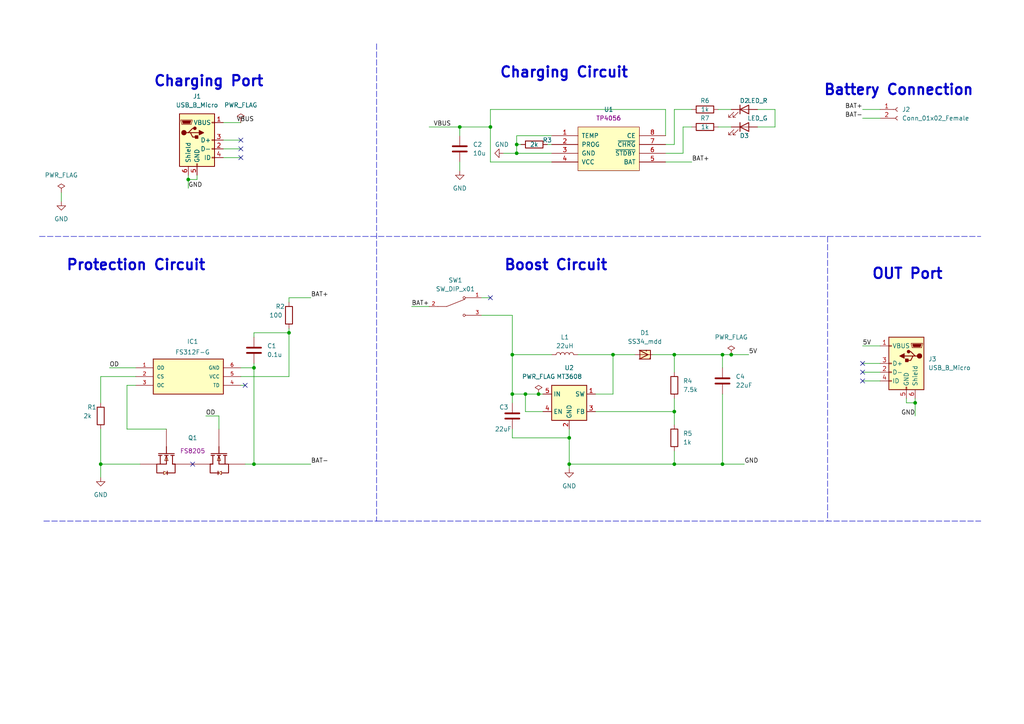
<source format=kicad_sch>
(kicad_sch (version 20211123) (generator eeschema)
  (paper "A4")
  (title_block (title "EE403W-Power Module") (date "2022-09-18") (rev "2nd Version"))
  (lib_symbols
    (symbol "403-charger:500SSP3S1M6QEA" (pin_names (offset 1.016) hide)
      (property "Reference" "S" (at -3.81 1.27 0))
      (property "Value" "500SSP3S1M6QEA" (at 2.54 -5.08 0))
      (symbol "500SSP3S1M6QEA_0_0"
        (polyline (pts (xy -2.54 0) (xy -5.08 0)) (stroke (width 0.1524)))
        (polyline (pts (xy -2.54 0) (xy 2.794 2.1336)) (stroke (width 0.1524)))
        (polyline (pts (xy 5.08 -2.54) (xy 2.921 -2.54)) (stroke (width 0.1524)))
        (polyline (pts (xy 5.08 2.54) (xy 2.921 2.54)) (stroke (width 0.1524)))
        (circle (center 2.54 -2.54) (radius 0.3302) (stroke (width 0.1524)))
        (circle (center 2.54 2.54) (radius 0.3302) (stroke (width 0.1524)))
        (pin passive line (at 7.62 2.54 180) (length 2.54) (name "~") (number "1"))
        (pin passive line (at -7.62 0 0) (length 2.54) (name "~") (number "2"))
        (pin passive line (at 7.62 -2.54 180) (length 2.54) (name "~") (number "3"))
      )
    )
    (symbol "403-charger:SS34" (pin_numbers hide) (pin_names (offset 1.016) hide)
      (property "Reference" "D" (at 0 2.032 0))
      (property "Value" "SS34" (at -1.27 -5.08 0))
      (symbol "SS34_0_0"
        (rectangle (start -1.0922 -1.27) (end 1.9558 1.27) (stroke (width 0.254)) (fill (type background)))
        (polyline (pts (xy -1.27 -1.27) (xy 1.27 0)) (stroke (width 0.254)))
        (polyline (pts (xy 0.762 -1.27) (xy 0.762 -1.016)) (stroke (width 0.254)))
        (polyline (pts (xy 1.27 0) (xy -1.27 1.27)) (stroke (width 0.254)))
        (polyline (pts (xy 1.778 1.27) (xy 1.778 1.016)) (stroke (width 0.254)))
        (pin passive line (at -2.54 0 0) (length 2.54) (name "~") (number "A"))
        (pin passive line (at 2.54 0 180) (length 2.54) (name "~") (number "C"))
      )
    )
    (symbol "Connector:Conn_01x02_Female" (pin_names (offset 1.016) hide)
      (property "Reference" "J" (at 0 2.54 0))
      (property "Value" "Conn_01x02_Female" (at 0 -5.08 0))
      (symbol "Conn_01x02_Female_1_1"
        (arc (start 0 -2.032) (mid -0.508 -2.54) (end 0 -3.048) (stroke (width 0.1524)))
        (polyline (pts (xy -1.27 -2.54) (xy -0.508 -2.54)) (stroke (width 0.1524)))
        (polyline (pts (xy -1.27 0) (xy -0.508 0)) (stroke (width 0.1524)))
        (arc (start 0 0.508) (mid -0.508 0) (end 0 -0.508) (stroke (width 0.1524)))
        (pin passive line (at -5.08 0 0) (length 3.81) (name "Pin_1") (number "1"))
        (pin passive line (at -5.08 -2.54 0) (length 3.81) (name "Pin_2") (number "2"))
      )
    )
    (symbol "Connector:USB_B_Micro" (pin_names (offset 1.016))
      (property "Reference" "J" (at -5.08 11.43 0))
      (property "Value" "USB_B_Micro" (at -5.08 8.89 0))
      (symbol "USB_B_Micro_0_1"
        (rectangle (start -5.08 -7.62) (end 5.08 7.62) (stroke (width 0.254)) (fill (type background)))
        (circle (center -3.81 2.159) (radius 0.635) (stroke (width 0.254)) (fill (type outline)))
        (circle (center -0.635 3.429) (radius 0.381) (stroke (width 0.254)) (fill (type outline)))
        (rectangle (start -0.127 -7.62) (end 0.127 -6.858))
        (polyline (pts (xy -1.905 2.159) (xy 0.635 2.159)) (stroke (width 0.254)))
        (polyline (pts (xy -3.175 2.159) (xy -2.54 2.159) (xy -1.27 3.429) (xy -0.635 3.429)) (stroke (width 0.254)))
        (polyline (pts (xy -2.54 2.159) (xy -1.905 2.159) (xy -1.27 0.889) (xy 0 0.889)) (stroke (width 0.254)))
        (polyline (pts (xy 0.635 2.794) (xy 0.635 1.524) (xy 1.905 2.159) (xy 0.635 2.794)) (stroke (width 0.254)) (fill (type outline)))
        (polyline (pts (xy -4.318 5.588) (xy -1.778 5.588) (xy -2.032 4.826) (xy -4.064 4.826) (xy -4.318 5.588)) (fill (type outline)))
        (polyline (pts (xy -4.699 5.842) (xy -4.699 5.588) (xy -4.445 4.826) (xy -4.445 4.572) (xy -1.651 4.572) (xy -1.651 4.826) (xy -1.397 5.588) (xy -1.397 5.842) (xy -4.699 5.842)))
        (rectangle (start 0.254 1.27) (end -0.508 0.508) (stroke (width 0.254)) (fill (type outline)))
        (rectangle (start 5.08 -5.207) (end 4.318 -4.953))
        (rectangle (start 5.08 -2.667) (end 4.318 -2.413))
        (rectangle (start 5.08 -0.127) (end 4.318 0.127))
        (rectangle (start 5.08 4.953) (end 4.318 5.207))
      )
      (symbol "USB_B_Micro_1_1"
        (pin power_out line (at 7.62 5.08 180) (length 2.54) (name "VBUS") (number "1"))
        (pin bidirectional line (at 7.62 -2.54 180) (length 2.54) (name "D-") (number "2"))
        (pin bidirectional line (at 7.62 0 180) (length 2.54) (name "D+") (number "3"))
        (pin passive line (at 7.62 -5.08 180) (length 2.54) (name "ID") (number "4"))
        (pin power_out line (at 0 -10.16 90) (length 2.54) (name "GND") (number "5"))
        (pin passive line (at -2.54 -10.16 90) (length 2.54) (name "Shield") (number "6"))
      )
    )
    (symbol "Device:C" (pin_numbers hide) (pin_names (offset 0.254))
      (property "Reference" "C" (at 0.635 2.54 0))
      (property "Value" "C" (at 0.635 -2.54 0))
      (symbol "C_0_1"
        (polyline (pts (xy -2.032 -0.762) (xy 2.032 -0.762)) (stroke (width 0.508)))
        (polyline (pts (xy -2.032 0.762) (xy 2.032 0.762)) (stroke (width 0.508)))
      )
      (symbol "C_1_1"
        (pin passive line (at 0 3.81 270) (length 2.794) (name "~") (number "1"))
        (pin passive line (at 0 -3.81 90) (length 2.794) (name "~") (number "2"))
      )
    )
    (symbol "Device:L" (pin_numbers hide) (pin_names (offset 1.016) hide)
      (property "Reference" "L" (at -1.27 0 90))
      (property "Value" "L" (at 1.905 0 90))
      (symbol "L_0_1"
        (arc (start 0 -2.54) (mid 0.635 -1.905) (end 0 -1.27))
        (arc (start 0 -1.27) (mid 0.635 -0.635) (end 0 0))
        (arc (start 0 0) (mid 0.635 0.635) (end 0 1.27))
        (arc (start 0 1.27) (mid 0.635 1.905) (end 0 2.54))
      )
      (symbol "L_1_1"
        (pin passive line (at 0 3.81 270) (length 1.27) (name "1") (number "1"))
        (pin passive line (at 0 -3.81 90) (length 1.27) (name "2") (number "2"))
      )
    )
    (symbol "Device:LED" (pin_numbers hide) (pin_names (offset 1.016) hide)
      (property "Reference" "D" (at 0 2.54 0))
      (property "Value" "LED" (at 0 -2.54 0))
      (symbol "LED_0_1"
        (polyline (pts (xy -1.27 -1.27) (xy -1.27 1.27)) (stroke (width 0.254)))
        (polyline (pts (xy -1.27 0) (xy 1.27 0)))
        (polyline (pts (xy 1.27 -1.27) (xy 1.27 1.27) (xy -1.27 0) (xy 1.27 -1.27)) (stroke (width 0.254)))
        (polyline (pts (xy -3.048 -0.762) (xy -4.572 -2.286) (xy -3.81 -2.286) (xy -4.572 -2.286) (xy -4.572 -1.524)))
        (polyline (pts (xy -1.778 -0.762) (xy -3.302 -2.286) (xy -2.54 -2.286) (xy -3.302 -2.286) (xy -3.302 -1.524)))
      )
      (symbol "LED_1_1"
        (pin passive line (at -3.81 0 0) (length 2.54) (name "K") (number "1"))
        (pin passive line (at 3.81 0 180) (length 2.54) (name "A") (number "2"))
      )
    )
    (symbol "Device:R" (pin_numbers hide) (pin_names (offset 0))
      (property "Reference" "R" (at 2.032 0 90))
      (property "Value" "R" (at 0 0 90))
      (symbol "R_0_1"
        (rectangle (start -1.016 -2.54) (end 1.016 2.54) (stroke (width 0.254)))
      )
      (symbol "R_1_1"
        (pin passive line (at 0 3.81 270) (length 1.27) (name "~") (number "1"))
        (pin passive line (at 0 -3.81 90) (length 1.27) (name "~") (number "2"))
      )
    )
    (symbol "FS312F-G:FS312F-G" (pin_names (offset 1.016))
      (property "Reference" "IC" (at -10.16 5.08 0))
      (symbol "FS312F-G_0_0"
        (rectangle (start -10.16 -5.08) (end 10.16 5.08) (stroke (width 0.254)) (fill (type background)))
        (pin bidirectional line (at -15.24 2.54 0) (length 5.08) (name "OD") (number "1"))
        (pin bidirectional line (at -15.24 0 0) (length 5.08) (name "CS") (number "2"))
        (pin bidirectional line (at -15.24 -2.54 0) (length 5.08) (name "OC") (number "3"))
        (pin bidirectional line (at 15.24 -2.54 180) (length 5.08) (name "TD") (number "4"))
        (pin bidirectional line (at 15.24 0 180) (length 5.08) (name "VCC") (number "5"))
        (pin bidirectional line (at 15.24 2.54 180) (length 5.08) (name "GND") (number "6"))
      )
    )
    (symbol "Regulator_Switching:MT3608"
      (property "Reference" "U" (at -2.54 8.89 0))
      (property "Value" "MT3608" (at -3.81 6.35 0))
      (symbol "MT3608_0_1"
        (rectangle (start -5.08 5.08) (end 5.08 -5.08) (stroke (width 0.254)) (fill (type background)))
      )
      (symbol "MT3608_1_1"
        (pin passive line (at 7.62 2.54 180) (length 2.54) (name "SW") (number "1"))
        (pin power_in line (at 0 -7.62 90) (length 2.54) (name "GND") (number "2"))
        (pin input line (at 7.62 -2.54 180) (length 2.54) (name "FB") (number "3"))
        (pin input line (at -7.62 -2.54 0) (length 2.54) (name "EN") (number "4"))
        (pin power_in line (at -7.62 2.54 0) (length 2.54) (name "IN") (number "5"))
        (pin no_connect line (at 5.08 0 180) (length 2.54) hide (name "NC") (number "6"))
      )
    )
    (symbol "lc_IC:TP4056_[C16581]" (pin_names (offset 1.016))
      (property "Reference" "U" (at -0.0254 1.27 0))
      (property "Comment" "TP4056" (at 3.7846 1.27 0))
      (symbol "TP4056_[C16581]_1_1"
        (rectangle (start 7.62 -12.7) (end 25.4 0) (fill (type background)))
        (pin passive line (at 0 -2.54 0) (length 7.62) (name "TEMP") (number "1"))
        (pin passive line (at 0 -5.08 0) (length 7.62) (name "PROG") (number "2"))
        (pin passive line (at 0 -7.62 0) (length 7.62) (name "GND") (number "3"))
        (pin passive line (at 0 -10.16 0) (length 7.62) (name "VCC") (number "4"))
        (pin passive line (at 33.02 -10.16 180) (length 7.62) (name "BAT") (number "5"))
        (pin passive line (at 33.02 -7.62 180) (length 7.62) (name "~{STDBY}") (number "6"))
        (pin passive line (at 33.02 -5.08 180) (length 7.62) (name "~{CHRG}") (number "7"))
        (pin passive line (at 33.02 -2.54 180) (length 7.62) (name "CE") (number "8"))
      )
    )
    (symbol "lc_MOS:FS8205" (pin_numbers hide) (pin_names (offset 1.016) hide)
      (property "Reference" "Q" (at -0.0254 16.51 0))
      (property "Comment" "FS8205" (at 3.7846 16.51 0))
      (symbol "FS8205_1_1"
        (polyline (pts (xy 10.16 -7.62) (xy 12.192 -7.62)) (stroke (width 0.254)))
        (polyline (pts (xy 10.16 7.62) (xy 12.192 7.62)) (stroke (width 0.254)))
        (polyline (pts (xy 12.192 -5.334) (xy 12.192 -9.906)) (stroke (width 0.254)))
        (polyline (pts (xy 12.192 5.334) (xy 12.192 9.906)) (stroke (width 0.254)))
        (polyline (pts (xy 12.7 -9.906) (xy 12.7 -8.89)) (stroke (width 0.254)))
        (polyline (pts (xy 12.7 -8.128) (xy 12.7 -7.112)) (stroke (width 0.254)))
        (polyline (pts (xy 12.7 -5.334) (xy 12.7 -6.35)) (stroke (width 0.254)))
        (polyline (pts (xy 12.7 5.334) (xy 12.7 6.35)) (stroke (width 0.254)))
        (polyline (pts (xy 12.7 8.128) (xy 12.7 7.112)) (stroke (width 0.254)))
        (polyline (pts (xy 12.7 9.906) (xy 12.7 8.89)) (stroke (width 0.254)))
        (polyline (pts (xy 15.24 -9.398) (xy 12.7 -9.398)) (stroke (width 0.254)))
        (polyline (pts (xy 15.24 -7.62) (xy 12.7 -7.62)) (stroke (width 0.254)))
        (polyline (pts (xy 15.24 -7.62) (xy 15.24 -10.16)) (stroke (width 0.254)))
        (polyline (pts (xy 15.24 -5.842) (xy 12.7 -5.842)) (stroke (width 0.254)))
        (polyline (pts (xy 15.24 -5.842) (xy 15.24 -5.08)) (stroke (width 0.254)))
        (polyline (pts (xy 15.24 -5.842) (xy 15.24 -5.08)) (stroke (width 0.254)))
        (polyline (pts (xy 15.24 5.842) (xy 12.7 5.842)) (stroke (width 0.254)))
        (polyline (pts (xy 15.24 5.842) (xy 15.24 5.08)) (stroke (width 0.254)))
        (polyline (pts (xy 15.24 5.842) (xy 15.24 5.08)) (stroke (width 0.254)))
        (polyline (pts (xy 15.24 7.62) (xy 12.7 7.62)) (stroke (width 0.254)))
        (polyline (pts (xy 15.24 7.62) (xy 15.24 10.16)) (stroke (width 0.254)))
        (polyline (pts (xy 15.24 9.398) (xy 12.7 9.398)) (stroke (width 0.254)))
        (polyline (pts (xy 18.288 -7.366) (xy 17.272 -7.366)) (stroke (width 0.254)))
        (polyline (pts (xy 18.288 7.366) (xy 17.272 7.366)) (stroke (width 0.254)))
        (polyline (pts (xy 17.78 -8.382) (xy 17.78 -10.414) (xy 15.24 -10.414)) (stroke (width 0.254)))
        (polyline (pts (xy 17.78 -7.366) (xy 17.78 -5.08) (xy 15.24 -5.08)) (stroke (width 0.254)))
        (polyline (pts (xy 17.78 7.366) (xy 17.78 5.08) (xy 15.24 5.08)) (stroke (width 0.254)))
        (polyline (pts (xy 17.78 8.382) (xy 17.78 10.414) (xy 15.24 10.414)) (stroke (width 0.254)))
        (polyline (pts (xy 12.7 -7.62) (xy 14.224 -8.128) (xy 14.224 -7.112) (xy 12.7 -7.62)) (fill (type background)))
        (polyline (pts (xy 12.7 7.62) (xy 14.224 8.128) (xy 14.224 7.112) (xy 12.7 7.62)) (fill (type background)))
        (polyline (pts (xy 17.78 -7.366) (xy 17.272 -8.382) (xy 18.288 -8.382) (xy 17.78 -7.366)) (fill (type background)))
        (polyline (pts (xy 17.78 7.366) (xy 17.272 8.382) (xy 18.288 8.382) (xy 17.78 7.366)) (fill (type background)))
        (pin passive line (at 15.24 -15.24 90) (length 5.08) (name "S") (number "1"))
        (pin passive line (at 15.24 0 270) (length 5.08) (name "D") (number "2"))
        (pin passive line (at 15.24 15.24 270) (length 5.08) (name "S") (number "3"))
        (pin passive line (at 5.08 7.62 0) (length 5.08) (name "G") (number "4"))
        (pin passive line (at 15.24 0 90) (length 5.08) (name "D") (number "5"))
        (pin passive line (at 5.08 -7.62 0) (length 5.08) (name "G") (number "6"))
      )
    )
    (symbol "power:GND" (power) (pin_names (offset 0))
      (property "Value" "GND" (at 0 -3.81 0))
      (symbol "GND_0_1"
        (polyline (pts (xy 0 0) (xy 0 -1.27) (xy 1.27 -1.27) (xy 0 -2.54) (xy -1.27 -1.27) (xy 0 -1.27)))
      )
      (symbol "GND_1_1"
        (pin power_in line (at 0 0 270) (length 0) hide (name "GND") (number "1"))
      )
    )
    (symbol "power:PWR_FLAG" (power) (pin_numbers hide) (pin_names (offset 0) hide)
      (property "Value" "PWR_FLAG" (at 0 3.81 0))
      (symbol "PWR_FLAG_0_0"
        (pin power_out line (at 0 0 90) (length 0) (name "pwr") (number "1"))
      )
      (symbol "PWR_FLAG_0_1"
        (polyline (pts (xy 0 0) (xy 0 1.27) (xy -1.016 1.905) (xy 0 2.54) (xy 1.016 1.905) (xy 0 1.27)))
      )
    )
  )
  (junction (at 54.61 52.07))
  (junction (at 29.21 134.62))
  (junction (at 265.43 116.84))
  (junction (at 195.58 102.87))
  (junction (at 156.21 114.3))
  (junction (at 133.35 36.83))
  (junction (at 195.58 134.62))
  (junction (at 149.86 41.91))
  (junction (at 165.1 127))
  (junction (at 165.1 134.62))
  (junction (at 73.66 106.68))
  (junction (at 149.86 44.45))
  (junction (at 209.55 102.87))
  (junction (at 212.09 102.87))
  (junction (at 148.59 114.3))
  (junction (at 83.82 96.52))
  (junction (at 73.66 134.62))
  (junction (at 148.59 102.87))
  (junction (at 195.58 119.38))
  (junction (at 152.4 114.3))
  (junction (at 177.8 102.87))
  (junction (at 142.24 36.83))
  (junction (at 209.55 134.62))
  (no_connect (at 69.85 45.72))
  (no_connect (at 69.85 43.18))
  (no_connect (at 250.19 105.41))
  (no_connect (at 55.88 134.62))
  (no_connect (at 71.12 111.76))
  (no_connect (at 250.19 107.95))
  (no_connect (at 69.85 40.64))
  (no_connect (at 250.19 110.49))
  (no_connect (at 142.24 86.36))
  (wire (pts (xy 69.85 106.68) (xy 73.66 106.68)))
  (wire (pts (xy 209.55 134.62) (xy 195.58 134.62)))
  (wire (pts (xy 177.8 102.87) (xy 177.8 114.3)))
  (wire (pts (xy 212.09 102.87) (xy 217.17 102.87)))
  (wire (pts (xy 71.12 111.76) (xy 69.85 111.76)))
  (wire (pts (xy 167.64 102.87) (xy 177.8 102.87)))
  (wire (pts (xy 148.59 116.84) (xy 148.59 114.3)))
  (wire (pts (xy 64.77 35.56) (xy 69.85 35.56)))
  (wire (pts (xy 133.35 36.83) (xy 142.24 36.83)))
  (wire (pts (xy 195.58 134.62) (xy 165.1 134.62)))
  (wire (pts (xy 149.86 39.37) (xy 149.86 41.91)))
  (polyline (pts (xy 11.43 68.58) (xy 284.48 68.58)))
  (wire (pts (xy 224.79 36.83) (xy 224.79 31.75)))
  (wire (pts (xy 195.58 41.91) (xy 193.04 41.91)))
  (wire (pts (xy 195.58 102.87) (xy 209.55 102.87)))
  (wire (pts (xy 160.02 39.37) (xy 149.86 39.37)))
  (wire (pts (xy 83.82 86.36) (xy 90.17 86.36)))
  (wire (pts (xy 29.21 134.62) (xy 29.21 138.43)))
  (wire (pts (xy 165.1 135.89) (xy 165.1 134.62)))
  (wire (pts (xy 124.46 36.83) (xy 133.35 36.83)))
  (wire (pts (xy 250.19 100.33) (xy 255.27 100.33)))
  (wire (pts (xy 198.12 36.83) (xy 198.12 44.45)))
  (wire (pts (xy 195.58 119.38) (xy 195.58 123.19)))
  (wire (pts (xy 195.58 31.75) (xy 195.58 41.91)))
  (wire (pts (xy 255.27 105.41) (xy 250.19 105.41)))
  (wire (pts (xy 193.04 39.37) (xy 193.04 31.75)))
  (wire (pts (xy 265.43 115.57) (xy 265.43 116.84)))
  (wire (pts (xy 83.82 109.22) (xy 69.85 109.22)))
  (wire (pts (xy 198.12 36.83) (xy 200.66 36.83)))
  (wire (pts (xy 265.43 116.84) (xy 265.43 120.65)))
  (polyline (pts (xy 12.7 151.13) (xy 109.22 151.13)))
  (wire (pts (xy 151.13 41.91) (xy 149.86 41.91)))
  (wire (pts (xy 158.75 41.91) (xy 160.02 41.91)))
  (wire (pts (xy 209.55 134.62) (xy 215.9 134.62)))
  (wire (pts (xy 193.04 31.75) (xy 142.24 31.75)))
  (wire (pts (xy 40.64 134.62) (xy 29.21 134.62)))
  (wire (pts (xy 195.58 130.81) (xy 195.58 134.62)))
  (wire (pts (xy 255.27 110.49) (xy 250.19 110.49)))
  (wire (pts (xy 148.59 102.87) (xy 148.59 114.3)))
  (wire (pts (xy 209.55 114.3) (xy 209.55 134.62)))
  (wire (pts (xy 177.8 114.3) (xy 172.72 114.3)))
  (wire (pts (xy 189.23 102.87) (xy 195.58 102.87)))
  (wire (pts (xy 29.21 124.46) (xy 29.21 134.62)))
  (wire (pts (xy 193.04 46.99) (xy 200.66 46.99)))
  (wire (pts (xy 36.83 124.46) (xy 48.26 124.46)))
  (wire (pts (xy 64.77 45.72) (xy 69.85 45.72)))
  (wire (pts (xy 64.77 43.18) (xy 69.85 43.18)))
  (wire (pts (xy 262.89 116.84) (xy 265.43 116.84)))
  (wire (pts (xy 59.69 120.65) (xy 63.5 120.65)))
  (wire (pts (xy 209.55 102.87) (xy 212.09 102.87)))
  (wire (pts (xy 29.21 109.22) (xy 29.21 116.84)))
  (wire (pts (xy 73.66 134.62) (xy 90.17 134.62)))
  (wire (pts (xy 224.79 31.75) (xy 219.71 31.75)))
  (wire (pts (xy 36.83 111.76) (xy 36.83 124.46)))
  (wire (pts (xy 142.24 31.75) (xy 142.24 36.83)))
  (wire (pts (xy 133.35 36.83) (xy 133.35 39.37)))
  (wire (pts (xy 250.19 31.75) (xy 255.27 31.75)))
  (wire (pts (xy 149.86 41.91) (xy 149.86 44.45)))
  (wire (pts (xy 152.4 114.3) (xy 156.21 114.3)))
  (polyline (pts (xy 109.22 12.7) (xy 109.22 151.13)))
  (wire (pts (xy 39.37 111.76) (xy 36.83 111.76)))
  (wire (pts (xy 157.48 119.38) (xy 152.4 119.38)))
  (wire (pts (xy 209.55 102.87) (xy 209.55 106.68)))
  (wire (pts (xy 195.58 107.95) (xy 195.58 102.87)))
  (wire (pts (xy 149.86 44.45) (xy 160.02 44.45)))
  (wire (pts (xy 177.8 102.87) (xy 184.15 102.87)))
  (wire (pts (xy 73.66 96.52) (xy 73.66 97.79)))
  (wire (pts (xy 148.59 124.46) (xy 148.59 127)))
  (wire (pts (xy 148.59 91.44) (xy 148.59 102.87)))
  (wire (pts (xy 17.78 55.88) (xy 17.78 58.42)))
  (wire (pts (xy 195.58 31.75) (xy 200.66 31.75)))
  (wire (pts (xy 156.21 114.3) (xy 157.48 114.3)))
  (wire (pts (xy 57.15 52.07) (xy 54.61 52.07)))
  (polyline (pts (xy 240.03 68.58) (xy 240.03 151.13)))
  (wire (pts (xy 212.09 31.75) (xy 208.28 31.75)))
  (wire (pts (xy 54.61 50.8) (xy 54.61 52.07)))
  (wire (pts (xy 212.09 36.83) (xy 208.28 36.83)))
  (wire (pts (xy 83.82 87.63) (xy 83.82 86.36)))
  (wire (pts (xy 148.59 114.3) (xy 152.4 114.3)))
  (wire (pts (xy 119.38 88.9) (xy 124.46 88.9)))
  (wire (pts (xy 165.1 134.62) (xy 165.1 127)))
  (wire (pts (xy 198.12 44.45) (xy 193.04 44.45)))
  (wire (pts (xy 160.02 102.87) (xy 148.59 102.87)))
  (wire (pts (xy 73.66 134.62) (xy 71.12 134.62)))
  (wire (pts (xy 83.82 96.52) (xy 83.82 109.22)))
  (wire (pts (xy 142.24 86.36) (xy 139.7 86.36)))
  (wire (pts (xy 64.77 40.64) (xy 69.85 40.64)))
  (wire (pts (xy 73.66 106.68) (xy 73.66 134.62)))
  (wire (pts (xy 54.61 52.07) (xy 54.61 54.61)))
  (wire (pts (xy 250.19 34.29) (xy 255.27 34.29)))
  (wire (pts (xy 262.89 115.57) (xy 262.89 116.84)))
  (wire (pts (xy 165.1 127) (xy 165.1 124.46)))
  (wire (pts (xy 152.4 119.38) (xy 152.4 114.3)))
  (wire (pts (xy 63.5 120.65) (xy 63.5 124.46)))
  (wire (pts (xy 83.82 95.25) (xy 83.82 96.52)))
  (wire (pts (xy 255.27 107.95) (xy 250.19 107.95)))
  (wire (pts (xy 73.66 96.52) (xy 83.82 96.52)))
  (wire (pts (xy 172.72 119.38) (xy 195.58 119.38)))
  (wire (pts (xy 133.35 46.99) (xy 133.35 49.53)))
  (polyline (pts (xy 109.22 151.13) (xy 284.48 151.13)))
  (wire (pts (xy 139.7 91.44) (xy 148.59 91.44)))
  (wire (pts (xy 148.59 127) (xy 165.1 127)))
  (wire (pts (xy 31.75 106.68) (xy 39.37 106.68)))
  (wire (pts (xy 160.02 46.99) (xy 142.24 46.99)))
  (wire (pts (xy 57.15 50.8) (xy 57.15 52.07)))
  (wire (pts (xy 73.66 105.41) (xy 73.66 106.68)))
  (wire (pts (xy 195.58 115.57) (xy 195.58 119.38)))
  (wire (pts (xy 39.37 109.22) (xy 29.21 109.22)))
  (wire (pts (xy 142.24 46.99) (xy 142.24 36.83)))
  (wire (pts (xy 146.05 44.45) (xy 149.86 44.45)))
  (wire (pts (xy 219.71 36.83) (xy 224.79 36.83)))
  (text "OUT Port" (at 252.73 81.28 0) (effects (font (size 3 3) (thickness 0.6) bold) (justify left bottom)))
  (text "Boost Circuit" (at 146.05 78.74 0) (effects (font (size 3 3) bold) (justify left bottom)))
  (text "Protection Circuit" (at 19.05 78.74 0) (effects (font (size 3 3) bold) (justify left bottom)))
  (text "Charging Port\n" (at 44.45 25.4 0) (effects (font (size 3 3) (thickness 0.6) bold) (justify left bottom)))
  (text "Battery Connection" (at 238.76 27.94 0) (effects (font (size 3 3) (thickness 0.6) bold) (justify left bottom)))
  (text "Charging Circuit" (at 144.78 22.86 0) (effects (font (size 3 3) (thickness 0.6) bold) (justify left bottom)))
  (label "BAT-" (at 250.19 34.29 180))
  (label "OD" (at 59.69 120.65 0))
  (label "BAT+" (at 250.19 31.75 180))
  (label "5V" (at 217.17 102.87 0))
  (label "BAT+" (at 119.38 88.9 0))
  (label "OD" (at 31.75 106.68 0))
  (label "VBUS" (at 68.58 35.56 0))
  (label "BAT-" (at 90.17 134.62 0))
  (label "GND" (at 265.43 120.65 180))
  (label "BAT+" (at 90.17 86.36 0))
  (label "VBUS" (at 125.73 36.83 0))
  (label "BAT+" (at 200.66 46.99 0))
  (label "5V" (at 250.19 100.33 0))
  (label "GND" (at 215.9 134.62 0))
  (label "GND" (at 54.61 54.61 0))
  (symbol (lib_id "lc_MOS:FS8205") (at 55.88 119.38 270) (unit 1)
    (property "Reference" "Q1" (at 55.88 127 90))
    (property "Value" "FS8205" (effects hide))
    (property "Footprint" "Package_TO_SOT_SMD:SOT-23-6" (effects hide))
    (property "Datasheet" "http://www.szlcsc.com/product/details_33217.html" (effects hide))
    (property "description" "MOS(场效应管)" (effects hide))
    (property "ComponentLink1Description" "供应商链接" (effects hide))
    (property "Package" "SOT-23-6" (effects hide))
    (property "Supplier" "LC" (effects hide))
    (property "SuppliersPartNumber" "C32254" (effects hide))
    (property "Comment" "FS8205" (at 55.88 130.81 90))
  )
  (symbol (lib_id "power:GND") (at 146.05 44.45 270) (unit 1)
    (property "Reference" "#PWR04" (effects hide))
    (property "Value" "GND" (at 143.51 41.91 90) (effects (justify left)))
  )
  (symbol (lib_id "Device:R") (at 29.21 120.65 180) (unit 1)
    (property "Reference" "R1" (at 26.67 118.11 0))
    (property "Value" "2k" (at 25.4 120.65 0))
    (property "Footprint" "lc_lib:0603_R" (effects hide))
  )
  (symbol (lib_id "lc_IC:TP4056_[C16581]") (at 160.02 36.83 0) (unit 1)
    (property "Reference" "U1" (at 176.53 31.75 0))
    (property "Value" "TP4056_[C16581]" (effects hide))
    (property "Footprint" "lc_lib:SOP-8_EP_150MIL" (effects hide))
    (property "Datasheet" "http://www.szlcsc.com/product/details_17264.html" (effects hide))
    (property "description" "电池电源管理" (effects hide))
    (property "ComponentLink1Description" "供应商链接" (effects hide))
    (property "Package" "SOP-8_EP_150mil" (effects hide))
    (property "Supplier" "LC" (effects hide))
    (property "SuppliersPartNumber" "C16581" (effects hide))
    (property "Comment" "TP4056" (at 176.53 34.29 0))
  )
  (symbol (lib_id "Connector:Conn_01x02_Female") (at 260.35 31.75 0) (unit 1)
    (property "Reference" "J2" (at 261.62 31.7499 0) (effects (justify left)))
    (property "Value" "Conn_01x02_Female" (at 261.62 34.2899 0) (effects (justify left)))
    (property "Footprint" "Connector_PinHeader_1.00mm:PinHeader_1x02_P1.00mm_Vertical" (effects hide))
  )
  (symbol (lib_id "Device:R") (at 195.58 111.76 0) (unit 1)
    (property "Reference" "R4" (at 198.12 110.4899 0) (effects (justify left)))
    (property "Value" "7.5k" (at 198.12 113.0299 0) (effects (justify left)))
    (property "Footprint" "lc_lib:0603_R" (effects hide))
  )
  (symbol (lib_id "power:PWR_FLAG") (at 156.21 114.3 0) (unit 1)
    (property "Reference" "#FLG03" (effects hide))
    (property "Value" "PWR_FLAG" (at 156.21 109.22 0))
  )
  (symbol (lib_id "Device:C") (at 148.59 120.65 0) (mirror y) (unit 1)
    (property "Reference" "C3" (at 144.78 118.11 0) (effects (justify right)))
    (property "Value" "22uF" (at 143.51 124.46 0) (effects (justify right)))
    (property "Footprint" "Capacitor_SMD:C_1206_3216Metric" (effects hide))
  )
  (symbol (lib_id "power:GND") (at 133.35 49.53 0) (unit 1)
    (property "Reference" "#PWR03" (effects hide))
    (property "Value" "GND" (at 133.35 54.61 0))
  )
  (symbol (lib_id "Device:L") (at 163.83 102.87 270) (mirror x) (unit 1)
    (property "Reference" "L1" (at 163.83 97.79 90))
    (property "Value" "22uH" (at 163.83 100.33 90))
    (property "Footprint" "403_charger:75_75_4" (effects hide))
  )
  (symbol (lib_id "Device:LED") (at 215.9 36.83 0) (unit 1)
    (property "Reference" "D3" (at 215.9 39.37 0))
    (property "Value" "LED_G" (at 219.71 34.29 0))
    (property "Footprint" "lc_lib:0603_LED_S1" (effects hide))
  )
  (symbol (lib_id "power:PWR_FLAG") (at 212.09 102.87 0) (unit 1)
    (property "Reference" "#FLG04" (effects hide))
    (property "Value" "PWR_FLAG" (at 212.09 97.79 0))
  )
  (symbol (lib_id "Device:R") (at 204.47 36.83 90) (unit 1)
    (property "Reference" "R7" (at 204.47 34.29 90))
    (property "Value" "1k" (at 204.47 36.83 90))
    (property "Footprint" "lc_lib:0603_R" (effects hide))
  )
  (symbol (lib_id "Connector:USB_B_Micro") (at 57.15 40.64 0) (unit 1)
    (property "Reference" "J1" (at 57.15 27.94 0))
    (property "Value" "USB_B_Micro" (at 57.15 30.48 0))
    (property "Footprint" "Connector_USB:USB_Micro-B_Amphenol_10103594-0001LF_Horizontal" (effects hide))
  )
  (symbol (lib_id "Device:C") (at 209.55 110.49 0) (unit 1)
    (property "Reference" "C4" (at 213.36 109.2199 0) (effects (justify left)))
    (property "Value" "22uF" (at 213.36 111.7599 0) (effects (justify left)))
    (property "Footprint" "Capacitor_SMD:C_1206_3216Metric" (effects hide))
  )
  (symbol (lib_id "Device:C") (at 133.35 43.18 0) (unit 1)
    (property "Reference" "C2" (at 137.16 41.9099 0) (effects (justify left)))
    (property "Value" "10u" (at 137.16 44.4499 0) (effects (justify left)))
    (property "Footprint" "lc_lib:0603_R" (effects hide))
  )
  (symbol (lib_id "power:GND") (at 29.21 138.43 0) (unit 1)
    (property "Reference" "#PWR02" (effects hide))
    (property "Value" "GND" (at 29.21 143.51 0))
  )
  (symbol (lib_id "Connector:USB_B_Micro") (at 262.89 105.41 0) (mirror y) (unit 1)
    (property "Reference" "J3" (at 269.24 104.1399 0) (effects (justify right)))
    (property "Value" "USB_B_Micro" (at 269.24 106.6799 0) (effects (justify right)))
    (property "Footprint" "Connector_USB:USB_Micro-B_Amphenol_10103594-0001LF_Horizontal" (effects hide))
  )
  (symbol (lib_id "power:PWR_FLAG") (at 69.85 35.56 0) (unit 1)
    (property "Reference" "#FLG02" (effects hide))
    (property "Value" "PWR_FLAG" (at 69.85 30.48 0))
  )
  (symbol (lib_id "Device:LED") (at 215.9 31.75 0) (unit 1)
    (property "Reference" "D2" (at 215.9 29.21 0))
    (property "Value" "LED_R" (at 219.71 29.21 0))
    (property "Footprint" "lc_lib:0603_LED_S1" (effects hide))
  )
  (symbol (lib_id "power:GND") (at 17.78 58.42 0) (unit 1)
    (property "Reference" "#PWR01" (effects hide))
    (property "Value" "GND" (at 17.78 63.5 0))
  )
  (symbol (lib_id "403-charger:500SSP3S1M6QEA") (at 132.08 88.9 0) (unit 1)
    (property "Reference" "SW1" (at 132.08 81.28 0))
    (property "Value" "SW_DIP_x01" (at 132.08 83.82 0))
    (property "Footprint" "SW_500SSP3S1M6QEA" (effects hide))
    (property "MANUFACTURER" "E-Switch" (effects hide))
    (property "SNAPEDA_PN" "500SSP1S1M6QEA" (effects hide))
    (property "PARTREV" "D" (effects hide))
    (property "MAXIMUM_PACKAGE_HEIGHT" "6.6 mm" (effects hide))
    (property "STANDARD" "Manufacturer Recommendations" (effects hide))
  )
  (symbol (lib_id "Device:R") (at 204.47 31.75 90) (unit 1)
    (property "Reference" "R6" (at 204.47 29.21 90))
    (property "Value" "1k" (at 204.47 31.75 90))
    (property "Footprint" "lc_lib:0603_R" (effects hide))
  )
  (symbol (lib_id "power:PWR_FLAG") (at 17.78 55.88 0) (unit 1)
    (property "Reference" "#FLG01" (effects hide))
    (property "Value" "PWR_FLAG" (at 17.78 50.8 0))
  )
  (symbol (lib_id "Regulator_Switching:MT3608") (at 165.1 116.84 0) (unit 1)
    (property "Reference" "U2" (at 165.1 106.68 0))
    (property "Value" "MT3608" (at 165.1 109.22 0))
    (property "Footprint" "Package_TO_SOT_SMD:SOT-23-6" (effects hide))
    (property "Datasheet" "https://www.olimex.com/Products/Breadboarding/BB-PWR-3608/resources/MT3608.pdf" (effects hide))
  )
  (symbol (lib_id "Device:R") (at 83.82 91.44 180) (unit 1)
    (property "Reference" "R2" (at 81.28 88.9 0))
    (property "Value" "100" (at 80.01 91.44 0))
    (property "Footprint" "lc_lib:0603_R" (effects hide))
  )
  (symbol (lib_id "power:GND") (at 165.1 135.89 0) (mirror y) (unit 1)
    (property "Reference" "#PWR05" (effects hide))
    (property "Value" "GND" (at 165.1 140.97 0))
  )
  (symbol (lib_id "403-charger:SS34") (at 186.69 102.87 0) (mirror x) (unit 1)
    (property "Reference" "D1" (at 187.0329 96.52 0))
    (property "Value" "SS34_mdd" (at 187.0329 99.06 0))
    (property "Footprint" "403_charger:SS34_mdd" (effects hide))
    (property "MANUFACTURER" "Taiwan Semiconductor" (effects hide))
    (property "MAXIMUM_PACKAGE_HEIGHT" "2.62 mm" (effects hide))
    (property "STANDARD" "IPC-7351B" (effects hide))
    (property "PARTREV" "Q2102" (effects hide))
  )
  (symbol (lib_id "Device:R") (at 195.58 127 0) (unit 1)
    (property "Reference" "R5" (at 198.12 125.7299 0) (effects (justify left)))
    (property "Value" "1k" (at 198.12 128.2699 0) (effects (justify left)))
    (property "Footprint" "lc_lib:0603_R" (effects hide))
  )
  (symbol (lib_id "FS312F-G:FS312F-G") (at 54.61 109.22 0) (unit 1)
    (property "Reference" "IC1" (at 55.88 99.06 0))
    (property "Value" "FS312F-G" (at 50.8 102.87 0) (effects (justify left bottom)))
    (property "Footprint" "Package_TO_SOT_SMD:SOT-23-6" (effects hide))
  )
  (symbol (lib_id "Device:R") (at 154.94 41.91 90) (unit 1)
    (property "Reference" "R3" (at 158.75 40.64 90))
    (property "Value" "2k" (at 154.94 41.91 90))
    (property "Footprint" "lc_lib:0603_R" (effects hide))
  )
  (symbol (lib_id "Device:C") (at 73.66 101.6 0) (unit 1)
    (property "Reference" "C1" (at 77.47 100.3299 0) (effects (justify left)))
    (property "Value" "0.1u" (at 77.47 102.8699 0) (effects (justify left)))
    (property "Footprint" "lc_lib:0603_R" (effects hide))
  )
)
</source>
